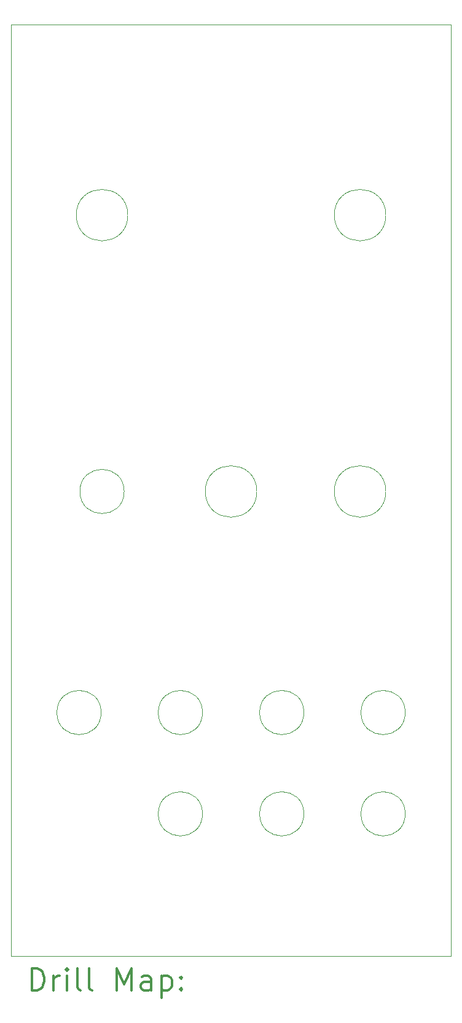
<source format=gbr>
%FSLAX45Y45*%
G04 Gerber Fmt 4.5, Leading zero omitted, Abs format (unit mm)*
G04 Created by KiCad (PCBNEW 5.1.10-88a1d61d58~88~ubuntu20.04.1) date 2021-06-12 13:16:10*
%MOMM*%
%LPD*%
G01*
G04 APERTURE LIST*
%TA.AperFunction,Profile*%
%ADD10C,0.050000*%
%TD*%
%ADD11C,0.200000*%
%ADD12C,0.300000*%
G04 APERTURE END LIST*
D10*
X3385000Y-6440000D02*
G75*
G03*
X3385000Y-6440000I-355000J0D01*
G01*
X4033500Y-10885000D02*
G75*
G03*
X4033500Y-10885000I-305000J0D01*
G01*
X2636500Y-9488000D02*
G75*
G03*
X2636500Y-9488000I-305000J0D01*
G01*
X5430500Y-10885000D02*
G75*
G03*
X5430500Y-10885000I-305000J0D01*
G01*
X2636500Y-10885000D02*
G75*
G03*
X2636500Y-10885000I-305000J0D01*
G01*
X5430500Y-9488000D02*
G75*
G03*
X5430500Y-9488000I-305000J0D01*
G01*
X4033500Y-9488000D02*
G75*
G03*
X4033500Y-9488000I-305000J0D01*
G01*
X1239500Y-9488000D02*
G75*
G03*
X1239500Y-9488000I-305000J0D01*
G01*
X5163000Y-6440000D02*
G75*
G03*
X5163000Y-6440000I-355000J0D01*
G01*
X1557000Y-6440000D02*
G75*
G03*
X1557000Y-6440000I-305000J0D01*
G01*
X5163000Y-2630000D02*
G75*
G03*
X5163000Y-2630000I-355000J0D01*
G01*
X1607000Y-2630000D02*
G75*
G03*
X1607000Y-2630000I-355000J0D01*
G01*
X6060000Y0D02*
X6060000Y-12850000D01*
X0Y-12850000D02*
X6060000Y-12850000D01*
X0Y0D02*
X6060000Y0D01*
X0Y0D02*
X0Y-12850000D01*
D11*
D12*
X283928Y-13318214D02*
X283928Y-13018214D01*
X355357Y-13018214D01*
X398214Y-13032500D01*
X426786Y-13061071D01*
X441071Y-13089643D01*
X455357Y-13146786D01*
X455357Y-13189643D01*
X441071Y-13246786D01*
X426786Y-13275357D01*
X398214Y-13303929D01*
X355357Y-13318214D01*
X283928Y-13318214D01*
X583928Y-13318214D02*
X583928Y-13118214D01*
X583928Y-13175357D02*
X598214Y-13146786D01*
X612500Y-13132500D01*
X641071Y-13118214D01*
X669643Y-13118214D01*
X769643Y-13318214D02*
X769643Y-13118214D01*
X769643Y-13018214D02*
X755357Y-13032500D01*
X769643Y-13046786D01*
X783928Y-13032500D01*
X769643Y-13018214D01*
X769643Y-13046786D01*
X955357Y-13318214D02*
X926786Y-13303929D01*
X912500Y-13275357D01*
X912500Y-13018214D01*
X1112500Y-13318214D02*
X1083928Y-13303929D01*
X1069643Y-13275357D01*
X1069643Y-13018214D01*
X1455357Y-13318214D02*
X1455357Y-13018214D01*
X1555357Y-13232500D01*
X1655357Y-13018214D01*
X1655357Y-13318214D01*
X1926786Y-13318214D02*
X1926786Y-13161071D01*
X1912500Y-13132500D01*
X1883928Y-13118214D01*
X1826786Y-13118214D01*
X1798214Y-13132500D01*
X1926786Y-13303929D02*
X1898214Y-13318214D01*
X1826786Y-13318214D01*
X1798214Y-13303929D01*
X1783928Y-13275357D01*
X1783928Y-13246786D01*
X1798214Y-13218214D01*
X1826786Y-13203929D01*
X1898214Y-13203929D01*
X1926786Y-13189643D01*
X2069643Y-13118214D02*
X2069643Y-13418214D01*
X2069643Y-13132500D02*
X2098214Y-13118214D01*
X2155357Y-13118214D01*
X2183928Y-13132500D01*
X2198214Y-13146786D01*
X2212500Y-13175357D01*
X2212500Y-13261071D01*
X2198214Y-13289643D01*
X2183928Y-13303929D01*
X2155357Y-13318214D01*
X2098214Y-13318214D01*
X2069643Y-13303929D01*
X2341071Y-13289643D02*
X2355357Y-13303929D01*
X2341071Y-13318214D01*
X2326786Y-13303929D01*
X2341071Y-13289643D01*
X2341071Y-13318214D01*
X2341071Y-13132500D02*
X2355357Y-13146786D01*
X2341071Y-13161071D01*
X2326786Y-13146786D01*
X2341071Y-13132500D01*
X2341071Y-13161071D01*
M02*

</source>
